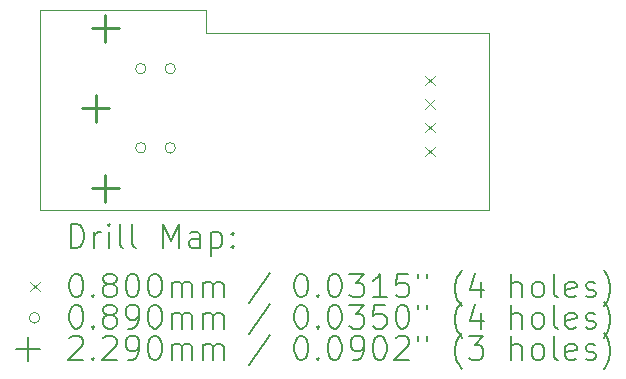
<source format=gbr>
%TF.GenerationSoftware,KiCad,Pcbnew,7.0.9-1.fc39*%
%TF.CreationDate,2023-12-29T10:11:49-08:00*%
%TF.ProjectId,M0116,4d303131-362e-46b6-9963-61645f706362,rev?*%
%TF.SameCoordinates,Original*%
%TF.FileFunction,Drillmap*%
%TF.FilePolarity,Positive*%
%FSLAX45Y45*%
G04 Gerber Fmt 4.5, Leading zero omitted, Abs format (unit mm)*
G04 Created by KiCad (PCBNEW 7.0.9-1.fc39) date 2023-12-29 10:11:49*
%MOMM*%
%LPD*%
G01*
G04 APERTURE LIST*
%ADD10C,0.100000*%
%ADD11C,0.200000*%
%ADD12C,0.229000*%
G04 APERTURE END LIST*
D10*
X10000000Y-11700000D02*
X13800000Y-11700000D01*
X13800000Y-11700000D02*
X13800000Y-10200000D01*
X11400000Y-10000000D02*
X10000000Y-10000000D01*
X10000000Y-10000000D02*
X10000000Y-11700000D01*
X13800000Y-10200000D02*
X11400000Y-10200000D01*
X11400000Y-10200000D02*
X11400000Y-10000000D01*
D11*
D10*
X13260000Y-10560000D02*
X13340000Y-10640000D01*
X13340000Y-10560000D02*
X13260000Y-10640000D01*
X13260000Y-10760000D02*
X13340000Y-10840000D01*
X13340000Y-10760000D02*
X13260000Y-10840000D01*
X13260000Y-10960000D02*
X13340000Y-11040000D01*
X13340000Y-10960000D02*
X13260000Y-11040000D01*
X13260000Y-11160000D02*
X13340000Y-11240000D01*
X13340000Y-11160000D02*
X13260000Y-11240000D01*
X10895500Y-10500000D02*
G75*
G03*
X10895500Y-10500000I-44500J0D01*
G01*
X10895500Y-11170000D02*
G75*
G03*
X10895500Y-11170000I-44500J0D01*
G01*
X11144500Y-10500000D02*
G75*
G03*
X11144500Y-10500000I-44500J0D01*
G01*
X11144500Y-11170000D02*
G75*
G03*
X11144500Y-11170000I-44500J0D01*
G01*
D12*
X10470000Y-10720500D02*
X10470000Y-10949500D01*
X10355500Y-10835000D02*
X10584500Y-10835000D01*
X10551000Y-10044500D02*
X10551000Y-10273500D01*
X10436500Y-10159000D02*
X10665500Y-10159000D01*
X10551000Y-11396500D02*
X10551000Y-11625500D01*
X10436500Y-11511000D02*
X10665500Y-11511000D01*
D11*
X10255777Y-12016484D02*
X10255777Y-11816484D01*
X10255777Y-11816484D02*
X10303396Y-11816484D01*
X10303396Y-11816484D02*
X10331967Y-11826008D01*
X10331967Y-11826008D02*
X10351015Y-11845055D01*
X10351015Y-11845055D02*
X10360539Y-11864103D01*
X10360539Y-11864103D02*
X10370063Y-11902198D01*
X10370063Y-11902198D02*
X10370063Y-11930769D01*
X10370063Y-11930769D02*
X10360539Y-11968865D01*
X10360539Y-11968865D02*
X10351015Y-11987912D01*
X10351015Y-11987912D02*
X10331967Y-12006960D01*
X10331967Y-12006960D02*
X10303396Y-12016484D01*
X10303396Y-12016484D02*
X10255777Y-12016484D01*
X10455777Y-12016484D02*
X10455777Y-11883150D01*
X10455777Y-11921246D02*
X10465301Y-11902198D01*
X10465301Y-11902198D02*
X10474824Y-11892674D01*
X10474824Y-11892674D02*
X10493872Y-11883150D01*
X10493872Y-11883150D02*
X10512920Y-11883150D01*
X10579586Y-12016484D02*
X10579586Y-11883150D01*
X10579586Y-11816484D02*
X10570063Y-11826008D01*
X10570063Y-11826008D02*
X10579586Y-11835531D01*
X10579586Y-11835531D02*
X10589110Y-11826008D01*
X10589110Y-11826008D02*
X10579586Y-11816484D01*
X10579586Y-11816484D02*
X10579586Y-11835531D01*
X10703396Y-12016484D02*
X10684348Y-12006960D01*
X10684348Y-12006960D02*
X10674824Y-11987912D01*
X10674824Y-11987912D02*
X10674824Y-11816484D01*
X10808158Y-12016484D02*
X10789110Y-12006960D01*
X10789110Y-12006960D02*
X10779586Y-11987912D01*
X10779586Y-11987912D02*
X10779586Y-11816484D01*
X11036729Y-12016484D02*
X11036729Y-11816484D01*
X11036729Y-11816484D02*
X11103396Y-11959341D01*
X11103396Y-11959341D02*
X11170063Y-11816484D01*
X11170063Y-11816484D02*
X11170063Y-12016484D01*
X11351015Y-12016484D02*
X11351015Y-11911722D01*
X11351015Y-11911722D02*
X11341491Y-11892674D01*
X11341491Y-11892674D02*
X11322443Y-11883150D01*
X11322443Y-11883150D02*
X11284348Y-11883150D01*
X11284348Y-11883150D02*
X11265301Y-11892674D01*
X11351015Y-12006960D02*
X11331967Y-12016484D01*
X11331967Y-12016484D02*
X11284348Y-12016484D01*
X11284348Y-12016484D02*
X11265301Y-12006960D01*
X11265301Y-12006960D02*
X11255777Y-11987912D01*
X11255777Y-11987912D02*
X11255777Y-11968865D01*
X11255777Y-11968865D02*
X11265301Y-11949817D01*
X11265301Y-11949817D02*
X11284348Y-11940293D01*
X11284348Y-11940293D02*
X11331967Y-11940293D01*
X11331967Y-11940293D02*
X11351015Y-11930769D01*
X11446253Y-11883150D02*
X11446253Y-12083150D01*
X11446253Y-11892674D02*
X11465301Y-11883150D01*
X11465301Y-11883150D02*
X11503396Y-11883150D01*
X11503396Y-11883150D02*
X11522443Y-11892674D01*
X11522443Y-11892674D02*
X11531967Y-11902198D01*
X11531967Y-11902198D02*
X11541491Y-11921246D01*
X11541491Y-11921246D02*
X11541491Y-11978388D01*
X11541491Y-11978388D02*
X11531967Y-11997436D01*
X11531967Y-11997436D02*
X11522443Y-12006960D01*
X11522443Y-12006960D02*
X11503396Y-12016484D01*
X11503396Y-12016484D02*
X11465301Y-12016484D01*
X11465301Y-12016484D02*
X11446253Y-12006960D01*
X11627205Y-11997436D02*
X11636729Y-12006960D01*
X11636729Y-12006960D02*
X11627205Y-12016484D01*
X11627205Y-12016484D02*
X11617682Y-12006960D01*
X11617682Y-12006960D02*
X11627205Y-11997436D01*
X11627205Y-11997436D02*
X11627205Y-12016484D01*
X11627205Y-11892674D02*
X11636729Y-11902198D01*
X11636729Y-11902198D02*
X11627205Y-11911722D01*
X11627205Y-11911722D02*
X11617682Y-11902198D01*
X11617682Y-11902198D02*
X11627205Y-11892674D01*
X11627205Y-11892674D02*
X11627205Y-11911722D01*
D10*
X9915000Y-12305000D02*
X9995000Y-12385000D01*
X9995000Y-12305000D02*
X9915000Y-12385000D01*
D11*
X10293872Y-12236484D02*
X10312920Y-12236484D01*
X10312920Y-12236484D02*
X10331967Y-12246008D01*
X10331967Y-12246008D02*
X10341491Y-12255531D01*
X10341491Y-12255531D02*
X10351015Y-12274579D01*
X10351015Y-12274579D02*
X10360539Y-12312674D01*
X10360539Y-12312674D02*
X10360539Y-12360293D01*
X10360539Y-12360293D02*
X10351015Y-12398388D01*
X10351015Y-12398388D02*
X10341491Y-12417436D01*
X10341491Y-12417436D02*
X10331967Y-12426960D01*
X10331967Y-12426960D02*
X10312920Y-12436484D01*
X10312920Y-12436484D02*
X10293872Y-12436484D01*
X10293872Y-12436484D02*
X10274824Y-12426960D01*
X10274824Y-12426960D02*
X10265301Y-12417436D01*
X10265301Y-12417436D02*
X10255777Y-12398388D01*
X10255777Y-12398388D02*
X10246253Y-12360293D01*
X10246253Y-12360293D02*
X10246253Y-12312674D01*
X10246253Y-12312674D02*
X10255777Y-12274579D01*
X10255777Y-12274579D02*
X10265301Y-12255531D01*
X10265301Y-12255531D02*
X10274824Y-12246008D01*
X10274824Y-12246008D02*
X10293872Y-12236484D01*
X10446253Y-12417436D02*
X10455777Y-12426960D01*
X10455777Y-12426960D02*
X10446253Y-12436484D01*
X10446253Y-12436484D02*
X10436729Y-12426960D01*
X10436729Y-12426960D02*
X10446253Y-12417436D01*
X10446253Y-12417436D02*
X10446253Y-12436484D01*
X10570063Y-12322198D02*
X10551015Y-12312674D01*
X10551015Y-12312674D02*
X10541491Y-12303150D01*
X10541491Y-12303150D02*
X10531967Y-12284103D01*
X10531967Y-12284103D02*
X10531967Y-12274579D01*
X10531967Y-12274579D02*
X10541491Y-12255531D01*
X10541491Y-12255531D02*
X10551015Y-12246008D01*
X10551015Y-12246008D02*
X10570063Y-12236484D01*
X10570063Y-12236484D02*
X10608158Y-12236484D01*
X10608158Y-12236484D02*
X10627205Y-12246008D01*
X10627205Y-12246008D02*
X10636729Y-12255531D01*
X10636729Y-12255531D02*
X10646253Y-12274579D01*
X10646253Y-12274579D02*
X10646253Y-12284103D01*
X10646253Y-12284103D02*
X10636729Y-12303150D01*
X10636729Y-12303150D02*
X10627205Y-12312674D01*
X10627205Y-12312674D02*
X10608158Y-12322198D01*
X10608158Y-12322198D02*
X10570063Y-12322198D01*
X10570063Y-12322198D02*
X10551015Y-12331722D01*
X10551015Y-12331722D02*
X10541491Y-12341246D01*
X10541491Y-12341246D02*
X10531967Y-12360293D01*
X10531967Y-12360293D02*
X10531967Y-12398388D01*
X10531967Y-12398388D02*
X10541491Y-12417436D01*
X10541491Y-12417436D02*
X10551015Y-12426960D01*
X10551015Y-12426960D02*
X10570063Y-12436484D01*
X10570063Y-12436484D02*
X10608158Y-12436484D01*
X10608158Y-12436484D02*
X10627205Y-12426960D01*
X10627205Y-12426960D02*
X10636729Y-12417436D01*
X10636729Y-12417436D02*
X10646253Y-12398388D01*
X10646253Y-12398388D02*
X10646253Y-12360293D01*
X10646253Y-12360293D02*
X10636729Y-12341246D01*
X10636729Y-12341246D02*
X10627205Y-12331722D01*
X10627205Y-12331722D02*
X10608158Y-12322198D01*
X10770063Y-12236484D02*
X10789110Y-12236484D01*
X10789110Y-12236484D02*
X10808158Y-12246008D01*
X10808158Y-12246008D02*
X10817682Y-12255531D01*
X10817682Y-12255531D02*
X10827205Y-12274579D01*
X10827205Y-12274579D02*
X10836729Y-12312674D01*
X10836729Y-12312674D02*
X10836729Y-12360293D01*
X10836729Y-12360293D02*
X10827205Y-12398388D01*
X10827205Y-12398388D02*
X10817682Y-12417436D01*
X10817682Y-12417436D02*
X10808158Y-12426960D01*
X10808158Y-12426960D02*
X10789110Y-12436484D01*
X10789110Y-12436484D02*
X10770063Y-12436484D01*
X10770063Y-12436484D02*
X10751015Y-12426960D01*
X10751015Y-12426960D02*
X10741491Y-12417436D01*
X10741491Y-12417436D02*
X10731967Y-12398388D01*
X10731967Y-12398388D02*
X10722444Y-12360293D01*
X10722444Y-12360293D02*
X10722444Y-12312674D01*
X10722444Y-12312674D02*
X10731967Y-12274579D01*
X10731967Y-12274579D02*
X10741491Y-12255531D01*
X10741491Y-12255531D02*
X10751015Y-12246008D01*
X10751015Y-12246008D02*
X10770063Y-12236484D01*
X10960539Y-12236484D02*
X10979586Y-12236484D01*
X10979586Y-12236484D02*
X10998634Y-12246008D01*
X10998634Y-12246008D02*
X11008158Y-12255531D01*
X11008158Y-12255531D02*
X11017682Y-12274579D01*
X11017682Y-12274579D02*
X11027205Y-12312674D01*
X11027205Y-12312674D02*
X11027205Y-12360293D01*
X11027205Y-12360293D02*
X11017682Y-12398388D01*
X11017682Y-12398388D02*
X11008158Y-12417436D01*
X11008158Y-12417436D02*
X10998634Y-12426960D01*
X10998634Y-12426960D02*
X10979586Y-12436484D01*
X10979586Y-12436484D02*
X10960539Y-12436484D01*
X10960539Y-12436484D02*
X10941491Y-12426960D01*
X10941491Y-12426960D02*
X10931967Y-12417436D01*
X10931967Y-12417436D02*
X10922444Y-12398388D01*
X10922444Y-12398388D02*
X10912920Y-12360293D01*
X10912920Y-12360293D02*
X10912920Y-12312674D01*
X10912920Y-12312674D02*
X10922444Y-12274579D01*
X10922444Y-12274579D02*
X10931967Y-12255531D01*
X10931967Y-12255531D02*
X10941491Y-12246008D01*
X10941491Y-12246008D02*
X10960539Y-12236484D01*
X11112920Y-12436484D02*
X11112920Y-12303150D01*
X11112920Y-12322198D02*
X11122444Y-12312674D01*
X11122444Y-12312674D02*
X11141491Y-12303150D01*
X11141491Y-12303150D02*
X11170063Y-12303150D01*
X11170063Y-12303150D02*
X11189110Y-12312674D01*
X11189110Y-12312674D02*
X11198634Y-12331722D01*
X11198634Y-12331722D02*
X11198634Y-12436484D01*
X11198634Y-12331722D02*
X11208158Y-12312674D01*
X11208158Y-12312674D02*
X11227205Y-12303150D01*
X11227205Y-12303150D02*
X11255777Y-12303150D01*
X11255777Y-12303150D02*
X11274824Y-12312674D01*
X11274824Y-12312674D02*
X11284348Y-12331722D01*
X11284348Y-12331722D02*
X11284348Y-12436484D01*
X11379586Y-12436484D02*
X11379586Y-12303150D01*
X11379586Y-12322198D02*
X11389110Y-12312674D01*
X11389110Y-12312674D02*
X11408158Y-12303150D01*
X11408158Y-12303150D02*
X11436729Y-12303150D01*
X11436729Y-12303150D02*
X11455777Y-12312674D01*
X11455777Y-12312674D02*
X11465301Y-12331722D01*
X11465301Y-12331722D02*
X11465301Y-12436484D01*
X11465301Y-12331722D02*
X11474824Y-12312674D01*
X11474824Y-12312674D02*
X11493872Y-12303150D01*
X11493872Y-12303150D02*
X11522443Y-12303150D01*
X11522443Y-12303150D02*
X11541491Y-12312674D01*
X11541491Y-12312674D02*
X11551015Y-12331722D01*
X11551015Y-12331722D02*
X11551015Y-12436484D01*
X11941491Y-12226960D02*
X11770063Y-12484103D01*
X12198634Y-12236484D02*
X12217682Y-12236484D01*
X12217682Y-12236484D02*
X12236729Y-12246008D01*
X12236729Y-12246008D02*
X12246253Y-12255531D01*
X12246253Y-12255531D02*
X12255777Y-12274579D01*
X12255777Y-12274579D02*
X12265301Y-12312674D01*
X12265301Y-12312674D02*
X12265301Y-12360293D01*
X12265301Y-12360293D02*
X12255777Y-12398388D01*
X12255777Y-12398388D02*
X12246253Y-12417436D01*
X12246253Y-12417436D02*
X12236729Y-12426960D01*
X12236729Y-12426960D02*
X12217682Y-12436484D01*
X12217682Y-12436484D02*
X12198634Y-12436484D01*
X12198634Y-12436484D02*
X12179586Y-12426960D01*
X12179586Y-12426960D02*
X12170063Y-12417436D01*
X12170063Y-12417436D02*
X12160539Y-12398388D01*
X12160539Y-12398388D02*
X12151015Y-12360293D01*
X12151015Y-12360293D02*
X12151015Y-12312674D01*
X12151015Y-12312674D02*
X12160539Y-12274579D01*
X12160539Y-12274579D02*
X12170063Y-12255531D01*
X12170063Y-12255531D02*
X12179586Y-12246008D01*
X12179586Y-12246008D02*
X12198634Y-12236484D01*
X12351015Y-12417436D02*
X12360539Y-12426960D01*
X12360539Y-12426960D02*
X12351015Y-12436484D01*
X12351015Y-12436484D02*
X12341491Y-12426960D01*
X12341491Y-12426960D02*
X12351015Y-12417436D01*
X12351015Y-12417436D02*
X12351015Y-12436484D01*
X12484348Y-12236484D02*
X12503396Y-12236484D01*
X12503396Y-12236484D02*
X12522444Y-12246008D01*
X12522444Y-12246008D02*
X12531967Y-12255531D01*
X12531967Y-12255531D02*
X12541491Y-12274579D01*
X12541491Y-12274579D02*
X12551015Y-12312674D01*
X12551015Y-12312674D02*
X12551015Y-12360293D01*
X12551015Y-12360293D02*
X12541491Y-12398388D01*
X12541491Y-12398388D02*
X12531967Y-12417436D01*
X12531967Y-12417436D02*
X12522444Y-12426960D01*
X12522444Y-12426960D02*
X12503396Y-12436484D01*
X12503396Y-12436484D02*
X12484348Y-12436484D01*
X12484348Y-12436484D02*
X12465301Y-12426960D01*
X12465301Y-12426960D02*
X12455777Y-12417436D01*
X12455777Y-12417436D02*
X12446253Y-12398388D01*
X12446253Y-12398388D02*
X12436729Y-12360293D01*
X12436729Y-12360293D02*
X12436729Y-12312674D01*
X12436729Y-12312674D02*
X12446253Y-12274579D01*
X12446253Y-12274579D02*
X12455777Y-12255531D01*
X12455777Y-12255531D02*
X12465301Y-12246008D01*
X12465301Y-12246008D02*
X12484348Y-12236484D01*
X12617682Y-12236484D02*
X12741491Y-12236484D01*
X12741491Y-12236484D02*
X12674825Y-12312674D01*
X12674825Y-12312674D02*
X12703396Y-12312674D01*
X12703396Y-12312674D02*
X12722444Y-12322198D01*
X12722444Y-12322198D02*
X12731967Y-12331722D01*
X12731967Y-12331722D02*
X12741491Y-12350769D01*
X12741491Y-12350769D02*
X12741491Y-12398388D01*
X12741491Y-12398388D02*
X12731967Y-12417436D01*
X12731967Y-12417436D02*
X12722444Y-12426960D01*
X12722444Y-12426960D02*
X12703396Y-12436484D01*
X12703396Y-12436484D02*
X12646253Y-12436484D01*
X12646253Y-12436484D02*
X12627206Y-12426960D01*
X12627206Y-12426960D02*
X12617682Y-12417436D01*
X12931967Y-12436484D02*
X12817682Y-12436484D01*
X12874825Y-12436484D02*
X12874825Y-12236484D01*
X12874825Y-12236484D02*
X12855777Y-12265055D01*
X12855777Y-12265055D02*
X12836729Y-12284103D01*
X12836729Y-12284103D02*
X12817682Y-12293627D01*
X13112920Y-12236484D02*
X13017682Y-12236484D01*
X13017682Y-12236484D02*
X13008158Y-12331722D01*
X13008158Y-12331722D02*
X13017682Y-12322198D01*
X13017682Y-12322198D02*
X13036729Y-12312674D01*
X13036729Y-12312674D02*
X13084348Y-12312674D01*
X13084348Y-12312674D02*
X13103396Y-12322198D01*
X13103396Y-12322198D02*
X13112920Y-12331722D01*
X13112920Y-12331722D02*
X13122444Y-12350769D01*
X13122444Y-12350769D02*
X13122444Y-12398388D01*
X13122444Y-12398388D02*
X13112920Y-12417436D01*
X13112920Y-12417436D02*
X13103396Y-12426960D01*
X13103396Y-12426960D02*
X13084348Y-12436484D01*
X13084348Y-12436484D02*
X13036729Y-12436484D01*
X13036729Y-12436484D02*
X13017682Y-12426960D01*
X13017682Y-12426960D02*
X13008158Y-12417436D01*
X13198634Y-12236484D02*
X13198634Y-12274579D01*
X13274825Y-12236484D02*
X13274825Y-12274579D01*
X13570063Y-12512674D02*
X13560539Y-12503150D01*
X13560539Y-12503150D02*
X13541491Y-12474579D01*
X13541491Y-12474579D02*
X13531968Y-12455531D01*
X13531968Y-12455531D02*
X13522444Y-12426960D01*
X13522444Y-12426960D02*
X13512920Y-12379341D01*
X13512920Y-12379341D02*
X13512920Y-12341246D01*
X13512920Y-12341246D02*
X13522444Y-12293627D01*
X13522444Y-12293627D02*
X13531968Y-12265055D01*
X13531968Y-12265055D02*
X13541491Y-12246008D01*
X13541491Y-12246008D02*
X13560539Y-12217436D01*
X13560539Y-12217436D02*
X13570063Y-12207912D01*
X13731968Y-12303150D02*
X13731968Y-12436484D01*
X13684348Y-12226960D02*
X13636729Y-12369817D01*
X13636729Y-12369817D02*
X13760539Y-12369817D01*
X13989110Y-12436484D02*
X13989110Y-12236484D01*
X14074825Y-12436484D02*
X14074825Y-12331722D01*
X14074825Y-12331722D02*
X14065301Y-12312674D01*
X14065301Y-12312674D02*
X14046253Y-12303150D01*
X14046253Y-12303150D02*
X14017682Y-12303150D01*
X14017682Y-12303150D02*
X13998634Y-12312674D01*
X13998634Y-12312674D02*
X13989110Y-12322198D01*
X14198634Y-12436484D02*
X14179587Y-12426960D01*
X14179587Y-12426960D02*
X14170063Y-12417436D01*
X14170063Y-12417436D02*
X14160539Y-12398388D01*
X14160539Y-12398388D02*
X14160539Y-12341246D01*
X14160539Y-12341246D02*
X14170063Y-12322198D01*
X14170063Y-12322198D02*
X14179587Y-12312674D01*
X14179587Y-12312674D02*
X14198634Y-12303150D01*
X14198634Y-12303150D02*
X14227206Y-12303150D01*
X14227206Y-12303150D02*
X14246253Y-12312674D01*
X14246253Y-12312674D02*
X14255777Y-12322198D01*
X14255777Y-12322198D02*
X14265301Y-12341246D01*
X14265301Y-12341246D02*
X14265301Y-12398388D01*
X14265301Y-12398388D02*
X14255777Y-12417436D01*
X14255777Y-12417436D02*
X14246253Y-12426960D01*
X14246253Y-12426960D02*
X14227206Y-12436484D01*
X14227206Y-12436484D02*
X14198634Y-12436484D01*
X14379587Y-12436484D02*
X14360539Y-12426960D01*
X14360539Y-12426960D02*
X14351015Y-12407912D01*
X14351015Y-12407912D02*
X14351015Y-12236484D01*
X14531968Y-12426960D02*
X14512920Y-12436484D01*
X14512920Y-12436484D02*
X14474825Y-12436484D01*
X14474825Y-12436484D02*
X14455777Y-12426960D01*
X14455777Y-12426960D02*
X14446253Y-12407912D01*
X14446253Y-12407912D02*
X14446253Y-12331722D01*
X14446253Y-12331722D02*
X14455777Y-12312674D01*
X14455777Y-12312674D02*
X14474825Y-12303150D01*
X14474825Y-12303150D02*
X14512920Y-12303150D01*
X14512920Y-12303150D02*
X14531968Y-12312674D01*
X14531968Y-12312674D02*
X14541491Y-12331722D01*
X14541491Y-12331722D02*
X14541491Y-12350769D01*
X14541491Y-12350769D02*
X14446253Y-12369817D01*
X14617682Y-12426960D02*
X14636730Y-12436484D01*
X14636730Y-12436484D02*
X14674825Y-12436484D01*
X14674825Y-12436484D02*
X14693872Y-12426960D01*
X14693872Y-12426960D02*
X14703396Y-12407912D01*
X14703396Y-12407912D02*
X14703396Y-12398388D01*
X14703396Y-12398388D02*
X14693872Y-12379341D01*
X14693872Y-12379341D02*
X14674825Y-12369817D01*
X14674825Y-12369817D02*
X14646253Y-12369817D01*
X14646253Y-12369817D02*
X14627206Y-12360293D01*
X14627206Y-12360293D02*
X14617682Y-12341246D01*
X14617682Y-12341246D02*
X14617682Y-12331722D01*
X14617682Y-12331722D02*
X14627206Y-12312674D01*
X14627206Y-12312674D02*
X14646253Y-12303150D01*
X14646253Y-12303150D02*
X14674825Y-12303150D01*
X14674825Y-12303150D02*
X14693872Y-12312674D01*
X14770063Y-12512674D02*
X14779587Y-12503150D01*
X14779587Y-12503150D02*
X14798634Y-12474579D01*
X14798634Y-12474579D02*
X14808158Y-12455531D01*
X14808158Y-12455531D02*
X14817682Y-12426960D01*
X14817682Y-12426960D02*
X14827206Y-12379341D01*
X14827206Y-12379341D02*
X14827206Y-12341246D01*
X14827206Y-12341246D02*
X14817682Y-12293627D01*
X14817682Y-12293627D02*
X14808158Y-12265055D01*
X14808158Y-12265055D02*
X14798634Y-12246008D01*
X14798634Y-12246008D02*
X14779587Y-12217436D01*
X14779587Y-12217436D02*
X14770063Y-12207912D01*
D10*
X9995000Y-12609000D02*
G75*
G03*
X9995000Y-12609000I-44500J0D01*
G01*
D11*
X10293872Y-12500484D02*
X10312920Y-12500484D01*
X10312920Y-12500484D02*
X10331967Y-12510008D01*
X10331967Y-12510008D02*
X10341491Y-12519531D01*
X10341491Y-12519531D02*
X10351015Y-12538579D01*
X10351015Y-12538579D02*
X10360539Y-12576674D01*
X10360539Y-12576674D02*
X10360539Y-12624293D01*
X10360539Y-12624293D02*
X10351015Y-12662388D01*
X10351015Y-12662388D02*
X10341491Y-12681436D01*
X10341491Y-12681436D02*
X10331967Y-12690960D01*
X10331967Y-12690960D02*
X10312920Y-12700484D01*
X10312920Y-12700484D02*
X10293872Y-12700484D01*
X10293872Y-12700484D02*
X10274824Y-12690960D01*
X10274824Y-12690960D02*
X10265301Y-12681436D01*
X10265301Y-12681436D02*
X10255777Y-12662388D01*
X10255777Y-12662388D02*
X10246253Y-12624293D01*
X10246253Y-12624293D02*
X10246253Y-12576674D01*
X10246253Y-12576674D02*
X10255777Y-12538579D01*
X10255777Y-12538579D02*
X10265301Y-12519531D01*
X10265301Y-12519531D02*
X10274824Y-12510008D01*
X10274824Y-12510008D02*
X10293872Y-12500484D01*
X10446253Y-12681436D02*
X10455777Y-12690960D01*
X10455777Y-12690960D02*
X10446253Y-12700484D01*
X10446253Y-12700484D02*
X10436729Y-12690960D01*
X10436729Y-12690960D02*
X10446253Y-12681436D01*
X10446253Y-12681436D02*
X10446253Y-12700484D01*
X10570063Y-12586198D02*
X10551015Y-12576674D01*
X10551015Y-12576674D02*
X10541491Y-12567150D01*
X10541491Y-12567150D02*
X10531967Y-12548103D01*
X10531967Y-12548103D02*
X10531967Y-12538579D01*
X10531967Y-12538579D02*
X10541491Y-12519531D01*
X10541491Y-12519531D02*
X10551015Y-12510008D01*
X10551015Y-12510008D02*
X10570063Y-12500484D01*
X10570063Y-12500484D02*
X10608158Y-12500484D01*
X10608158Y-12500484D02*
X10627205Y-12510008D01*
X10627205Y-12510008D02*
X10636729Y-12519531D01*
X10636729Y-12519531D02*
X10646253Y-12538579D01*
X10646253Y-12538579D02*
X10646253Y-12548103D01*
X10646253Y-12548103D02*
X10636729Y-12567150D01*
X10636729Y-12567150D02*
X10627205Y-12576674D01*
X10627205Y-12576674D02*
X10608158Y-12586198D01*
X10608158Y-12586198D02*
X10570063Y-12586198D01*
X10570063Y-12586198D02*
X10551015Y-12595722D01*
X10551015Y-12595722D02*
X10541491Y-12605246D01*
X10541491Y-12605246D02*
X10531967Y-12624293D01*
X10531967Y-12624293D02*
X10531967Y-12662388D01*
X10531967Y-12662388D02*
X10541491Y-12681436D01*
X10541491Y-12681436D02*
X10551015Y-12690960D01*
X10551015Y-12690960D02*
X10570063Y-12700484D01*
X10570063Y-12700484D02*
X10608158Y-12700484D01*
X10608158Y-12700484D02*
X10627205Y-12690960D01*
X10627205Y-12690960D02*
X10636729Y-12681436D01*
X10636729Y-12681436D02*
X10646253Y-12662388D01*
X10646253Y-12662388D02*
X10646253Y-12624293D01*
X10646253Y-12624293D02*
X10636729Y-12605246D01*
X10636729Y-12605246D02*
X10627205Y-12595722D01*
X10627205Y-12595722D02*
X10608158Y-12586198D01*
X10741491Y-12700484D02*
X10779586Y-12700484D01*
X10779586Y-12700484D02*
X10798634Y-12690960D01*
X10798634Y-12690960D02*
X10808158Y-12681436D01*
X10808158Y-12681436D02*
X10827205Y-12652865D01*
X10827205Y-12652865D02*
X10836729Y-12614769D01*
X10836729Y-12614769D02*
X10836729Y-12538579D01*
X10836729Y-12538579D02*
X10827205Y-12519531D01*
X10827205Y-12519531D02*
X10817682Y-12510008D01*
X10817682Y-12510008D02*
X10798634Y-12500484D01*
X10798634Y-12500484D02*
X10760539Y-12500484D01*
X10760539Y-12500484D02*
X10741491Y-12510008D01*
X10741491Y-12510008D02*
X10731967Y-12519531D01*
X10731967Y-12519531D02*
X10722444Y-12538579D01*
X10722444Y-12538579D02*
X10722444Y-12586198D01*
X10722444Y-12586198D02*
X10731967Y-12605246D01*
X10731967Y-12605246D02*
X10741491Y-12614769D01*
X10741491Y-12614769D02*
X10760539Y-12624293D01*
X10760539Y-12624293D02*
X10798634Y-12624293D01*
X10798634Y-12624293D02*
X10817682Y-12614769D01*
X10817682Y-12614769D02*
X10827205Y-12605246D01*
X10827205Y-12605246D02*
X10836729Y-12586198D01*
X10960539Y-12500484D02*
X10979586Y-12500484D01*
X10979586Y-12500484D02*
X10998634Y-12510008D01*
X10998634Y-12510008D02*
X11008158Y-12519531D01*
X11008158Y-12519531D02*
X11017682Y-12538579D01*
X11017682Y-12538579D02*
X11027205Y-12576674D01*
X11027205Y-12576674D02*
X11027205Y-12624293D01*
X11027205Y-12624293D02*
X11017682Y-12662388D01*
X11017682Y-12662388D02*
X11008158Y-12681436D01*
X11008158Y-12681436D02*
X10998634Y-12690960D01*
X10998634Y-12690960D02*
X10979586Y-12700484D01*
X10979586Y-12700484D02*
X10960539Y-12700484D01*
X10960539Y-12700484D02*
X10941491Y-12690960D01*
X10941491Y-12690960D02*
X10931967Y-12681436D01*
X10931967Y-12681436D02*
X10922444Y-12662388D01*
X10922444Y-12662388D02*
X10912920Y-12624293D01*
X10912920Y-12624293D02*
X10912920Y-12576674D01*
X10912920Y-12576674D02*
X10922444Y-12538579D01*
X10922444Y-12538579D02*
X10931967Y-12519531D01*
X10931967Y-12519531D02*
X10941491Y-12510008D01*
X10941491Y-12510008D02*
X10960539Y-12500484D01*
X11112920Y-12700484D02*
X11112920Y-12567150D01*
X11112920Y-12586198D02*
X11122444Y-12576674D01*
X11122444Y-12576674D02*
X11141491Y-12567150D01*
X11141491Y-12567150D02*
X11170063Y-12567150D01*
X11170063Y-12567150D02*
X11189110Y-12576674D01*
X11189110Y-12576674D02*
X11198634Y-12595722D01*
X11198634Y-12595722D02*
X11198634Y-12700484D01*
X11198634Y-12595722D02*
X11208158Y-12576674D01*
X11208158Y-12576674D02*
X11227205Y-12567150D01*
X11227205Y-12567150D02*
X11255777Y-12567150D01*
X11255777Y-12567150D02*
X11274824Y-12576674D01*
X11274824Y-12576674D02*
X11284348Y-12595722D01*
X11284348Y-12595722D02*
X11284348Y-12700484D01*
X11379586Y-12700484D02*
X11379586Y-12567150D01*
X11379586Y-12586198D02*
X11389110Y-12576674D01*
X11389110Y-12576674D02*
X11408158Y-12567150D01*
X11408158Y-12567150D02*
X11436729Y-12567150D01*
X11436729Y-12567150D02*
X11455777Y-12576674D01*
X11455777Y-12576674D02*
X11465301Y-12595722D01*
X11465301Y-12595722D02*
X11465301Y-12700484D01*
X11465301Y-12595722D02*
X11474824Y-12576674D01*
X11474824Y-12576674D02*
X11493872Y-12567150D01*
X11493872Y-12567150D02*
X11522443Y-12567150D01*
X11522443Y-12567150D02*
X11541491Y-12576674D01*
X11541491Y-12576674D02*
X11551015Y-12595722D01*
X11551015Y-12595722D02*
X11551015Y-12700484D01*
X11941491Y-12490960D02*
X11770063Y-12748103D01*
X12198634Y-12500484D02*
X12217682Y-12500484D01*
X12217682Y-12500484D02*
X12236729Y-12510008D01*
X12236729Y-12510008D02*
X12246253Y-12519531D01*
X12246253Y-12519531D02*
X12255777Y-12538579D01*
X12255777Y-12538579D02*
X12265301Y-12576674D01*
X12265301Y-12576674D02*
X12265301Y-12624293D01*
X12265301Y-12624293D02*
X12255777Y-12662388D01*
X12255777Y-12662388D02*
X12246253Y-12681436D01*
X12246253Y-12681436D02*
X12236729Y-12690960D01*
X12236729Y-12690960D02*
X12217682Y-12700484D01*
X12217682Y-12700484D02*
X12198634Y-12700484D01*
X12198634Y-12700484D02*
X12179586Y-12690960D01*
X12179586Y-12690960D02*
X12170063Y-12681436D01*
X12170063Y-12681436D02*
X12160539Y-12662388D01*
X12160539Y-12662388D02*
X12151015Y-12624293D01*
X12151015Y-12624293D02*
X12151015Y-12576674D01*
X12151015Y-12576674D02*
X12160539Y-12538579D01*
X12160539Y-12538579D02*
X12170063Y-12519531D01*
X12170063Y-12519531D02*
X12179586Y-12510008D01*
X12179586Y-12510008D02*
X12198634Y-12500484D01*
X12351015Y-12681436D02*
X12360539Y-12690960D01*
X12360539Y-12690960D02*
X12351015Y-12700484D01*
X12351015Y-12700484D02*
X12341491Y-12690960D01*
X12341491Y-12690960D02*
X12351015Y-12681436D01*
X12351015Y-12681436D02*
X12351015Y-12700484D01*
X12484348Y-12500484D02*
X12503396Y-12500484D01*
X12503396Y-12500484D02*
X12522444Y-12510008D01*
X12522444Y-12510008D02*
X12531967Y-12519531D01*
X12531967Y-12519531D02*
X12541491Y-12538579D01*
X12541491Y-12538579D02*
X12551015Y-12576674D01*
X12551015Y-12576674D02*
X12551015Y-12624293D01*
X12551015Y-12624293D02*
X12541491Y-12662388D01*
X12541491Y-12662388D02*
X12531967Y-12681436D01*
X12531967Y-12681436D02*
X12522444Y-12690960D01*
X12522444Y-12690960D02*
X12503396Y-12700484D01*
X12503396Y-12700484D02*
X12484348Y-12700484D01*
X12484348Y-12700484D02*
X12465301Y-12690960D01*
X12465301Y-12690960D02*
X12455777Y-12681436D01*
X12455777Y-12681436D02*
X12446253Y-12662388D01*
X12446253Y-12662388D02*
X12436729Y-12624293D01*
X12436729Y-12624293D02*
X12436729Y-12576674D01*
X12436729Y-12576674D02*
X12446253Y-12538579D01*
X12446253Y-12538579D02*
X12455777Y-12519531D01*
X12455777Y-12519531D02*
X12465301Y-12510008D01*
X12465301Y-12510008D02*
X12484348Y-12500484D01*
X12617682Y-12500484D02*
X12741491Y-12500484D01*
X12741491Y-12500484D02*
X12674825Y-12576674D01*
X12674825Y-12576674D02*
X12703396Y-12576674D01*
X12703396Y-12576674D02*
X12722444Y-12586198D01*
X12722444Y-12586198D02*
X12731967Y-12595722D01*
X12731967Y-12595722D02*
X12741491Y-12614769D01*
X12741491Y-12614769D02*
X12741491Y-12662388D01*
X12741491Y-12662388D02*
X12731967Y-12681436D01*
X12731967Y-12681436D02*
X12722444Y-12690960D01*
X12722444Y-12690960D02*
X12703396Y-12700484D01*
X12703396Y-12700484D02*
X12646253Y-12700484D01*
X12646253Y-12700484D02*
X12627206Y-12690960D01*
X12627206Y-12690960D02*
X12617682Y-12681436D01*
X12922444Y-12500484D02*
X12827206Y-12500484D01*
X12827206Y-12500484D02*
X12817682Y-12595722D01*
X12817682Y-12595722D02*
X12827206Y-12586198D01*
X12827206Y-12586198D02*
X12846253Y-12576674D01*
X12846253Y-12576674D02*
X12893872Y-12576674D01*
X12893872Y-12576674D02*
X12912920Y-12586198D01*
X12912920Y-12586198D02*
X12922444Y-12595722D01*
X12922444Y-12595722D02*
X12931967Y-12614769D01*
X12931967Y-12614769D02*
X12931967Y-12662388D01*
X12931967Y-12662388D02*
X12922444Y-12681436D01*
X12922444Y-12681436D02*
X12912920Y-12690960D01*
X12912920Y-12690960D02*
X12893872Y-12700484D01*
X12893872Y-12700484D02*
X12846253Y-12700484D01*
X12846253Y-12700484D02*
X12827206Y-12690960D01*
X12827206Y-12690960D02*
X12817682Y-12681436D01*
X13055777Y-12500484D02*
X13074825Y-12500484D01*
X13074825Y-12500484D02*
X13093872Y-12510008D01*
X13093872Y-12510008D02*
X13103396Y-12519531D01*
X13103396Y-12519531D02*
X13112920Y-12538579D01*
X13112920Y-12538579D02*
X13122444Y-12576674D01*
X13122444Y-12576674D02*
X13122444Y-12624293D01*
X13122444Y-12624293D02*
X13112920Y-12662388D01*
X13112920Y-12662388D02*
X13103396Y-12681436D01*
X13103396Y-12681436D02*
X13093872Y-12690960D01*
X13093872Y-12690960D02*
X13074825Y-12700484D01*
X13074825Y-12700484D02*
X13055777Y-12700484D01*
X13055777Y-12700484D02*
X13036729Y-12690960D01*
X13036729Y-12690960D02*
X13027206Y-12681436D01*
X13027206Y-12681436D02*
X13017682Y-12662388D01*
X13017682Y-12662388D02*
X13008158Y-12624293D01*
X13008158Y-12624293D02*
X13008158Y-12576674D01*
X13008158Y-12576674D02*
X13017682Y-12538579D01*
X13017682Y-12538579D02*
X13027206Y-12519531D01*
X13027206Y-12519531D02*
X13036729Y-12510008D01*
X13036729Y-12510008D02*
X13055777Y-12500484D01*
X13198634Y-12500484D02*
X13198634Y-12538579D01*
X13274825Y-12500484D02*
X13274825Y-12538579D01*
X13570063Y-12776674D02*
X13560539Y-12767150D01*
X13560539Y-12767150D02*
X13541491Y-12738579D01*
X13541491Y-12738579D02*
X13531968Y-12719531D01*
X13531968Y-12719531D02*
X13522444Y-12690960D01*
X13522444Y-12690960D02*
X13512920Y-12643341D01*
X13512920Y-12643341D02*
X13512920Y-12605246D01*
X13512920Y-12605246D02*
X13522444Y-12557627D01*
X13522444Y-12557627D02*
X13531968Y-12529055D01*
X13531968Y-12529055D02*
X13541491Y-12510008D01*
X13541491Y-12510008D02*
X13560539Y-12481436D01*
X13560539Y-12481436D02*
X13570063Y-12471912D01*
X13731968Y-12567150D02*
X13731968Y-12700484D01*
X13684348Y-12490960D02*
X13636729Y-12633817D01*
X13636729Y-12633817D02*
X13760539Y-12633817D01*
X13989110Y-12700484D02*
X13989110Y-12500484D01*
X14074825Y-12700484D02*
X14074825Y-12595722D01*
X14074825Y-12595722D02*
X14065301Y-12576674D01*
X14065301Y-12576674D02*
X14046253Y-12567150D01*
X14046253Y-12567150D02*
X14017682Y-12567150D01*
X14017682Y-12567150D02*
X13998634Y-12576674D01*
X13998634Y-12576674D02*
X13989110Y-12586198D01*
X14198634Y-12700484D02*
X14179587Y-12690960D01*
X14179587Y-12690960D02*
X14170063Y-12681436D01*
X14170063Y-12681436D02*
X14160539Y-12662388D01*
X14160539Y-12662388D02*
X14160539Y-12605246D01*
X14160539Y-12605246D02*
X14170063Y-12586198D01*
X14170063Y-12586198D02*
X14179587Y-12576674D01*
X14179587Y-12576674D02*
X14198634Y-12567150D01*
X14198634Y-12567150D02*
X14227206Y-12567150D01*
X14227206Y-12567150D02*
X14246253Y-12576674D01*
X14246253Y-12576674D02*
X14255777Y-12586198D01*
X14255777Y-12586198D02*
X14265301Y-12605246D01*
X14265301Y-12605246D02*
X14265301Y-12662388D01*
X14265301Y-12662388D02*
X14255777Y-12681436D01*
X14255777Y-12681436D02*
X14246253Y-12690960D01*
X14246253Y-12690960D02*
X14227206Y-12700484D01*
X14227206Y-12700484D02*
X14198634Y-12700484D01*
X14379587Y-12700484D02*
X14360539Y-12690960D01*
X14360539Y-12690960D02*
X14351015Y-12671912D01*
X14351015Y-12671912D02*
X14351015Y-12500484D01*
X14531968Y-12690960D02*
X14512920Y-12700484D01*
X14512920Y-12700484D02*
X14474825Y-12700484D01*
X14474825Y-12700484D02*
X14455777Y-12690960D01*
X14455777Y-12690960D02*
X14446253Y-12671912D01*
X14446253Y-12671912D02*
X14446253Y-12595722D01*
X14446253Y-12595722D02*
X14455777Y-12576674D01*
X14455777Y-12576674D02*
X14474825Y-12567150D01*
X14474825Y-12567150D02*
X14512920Y-12567150D01*
X14512920Y-12567150D02*
X14531968Y-12576674D01*
X14531968Y-12576674D02*
X14541491Y-12595722D01*
X14541491Y-12595722D02*
X14541491Y-12614769D01*
X14541491Y-12614769D02*
X14446253Y-12633817D01*
X14617682Y-12690960D02*
X14636730Y-12700484D01*
X14636730Y-12700484D02*
X14674825Y-12700484D01*
X14674825Y-12700484D02*
X14693872Y-12690960D01*
X14693872Y-12690960D02*
X14703396Y-12671912D01*
X14703396Y-12671912D02*
X14703396Y-12662388D01*
X14703396Y-12662388D02*
X14693872Y-12643341D01*
X14693872Y-12643341D02*
X14674825Y-12633817D01*
X14674825Y-12633817D02*
X14646253Y-12633817D01*
X14646253Y-12633817D02*
X14627206Y-12624293D01*
X14627206Y-12624293D02*
X14617682Y-12605246D01*
X14617682Y-12605246D02*
X14617682Y-12595722D01*
X14617682Y-12595722D02*
X14627206Y-12576674D01*
X14627206Y-12576674D02*
X14646253Y-12567150D01*
X14646253Y-12567150D02*
X14674825Y-12567150D01*
X14674825Y-12567150D02*
X14693872Y-12576674D01*
X14770063Y-12776674D02*
X14779587Y-12767150D01*
X14779587Y-12767150D02*
X14798634Y-12738579D01*
X14798634Y-12738579D02*
X14808158Y-12719531D01*
X14808158Y-12719531D02*
X14817682Y-12690960D01*
X14817682Y-12690960D02*
X14827206Y-12643341D01*
X14827206Y-12643341D02*
X14827206Y-12605246D01*
X14827206Y-12605246D02*
X14817682Y-12557627D01*
X14817682Y-12557627D02*
X14808158Y-12529055D01*
X14808158Y-12529055D02*
X14798634Y-12510008D01*
X14798634Y-12510008D02*
X14779587Y-12481436D01*
X14779587Y-12481436D02*
X14770063Y-12471912D01*
X9895000Y-12773000D02*
X9895000Y-12973000D01*
X9795000Y-12873000D02*
X9995000Y-12873000D01*
X10246253Y-12783531D02*
X10255777Y-12774008D01*
X10255777Y-12774008D02*
X10274824Y-12764484D01*
X10274824Y-12764484D02*
X10322444Y-12764484D01*
X10322444Y-12764484D02*
X10341491Y-12774008D01*
X10341491Y-12774008D02*
X10351015Y-12783531D01*
X10351015Y-12783531D02*
X10360539Y-12802579D01*
X10360539Y-12802579D02*
X10360539Y-12821627D01*
X10360539Y-12821627D02*
X10351015Y-12850198D01*
X10351015Y-12850198D02*
X10236729Y-12964484D01*
X10236729Y-12964484D02*
X10360539Y-12964484D01*
X10446253Y-12945436D02*
X10455777Y-12954960D01*
X10455777Y-12954960D02*
X10446253Y-12964484D01*
X10446253Y-12964484D02*
X10436729Y-12954960D01*
X10436729Y-12954960D02*
X10446253Y-12945436D01*
X10446253Y-12945436D02*
X10446253Y-12964484D01*
X10531967Y-12783531D02*
X10541491Y-12774008D01*
X10541491Y-12774008D02*
X10560539Y-12764484D01*
X10560539Y-12764484D02*
X10608158Y-12764484D01*
X10608158Y-12764484D02*
X10627205Y-12774008D01*
X10627205Y-12774008D02*
X10636729Y-12783531D01*
X10636729Y-12783531D02*
X10646253Y-12802579D01*
X10646253Y-12802579D02*
X10646253Y-12821627D01*
X10646253Y-12821627D02*
X10636729Y-12850198D01*
X10636729Y-12850198D02*
X10522444Y-12964484D01*
X10522444Y-12964484D02*
X10646253Y-12964484D01*
X10741491Y-12964484D02*
X10779586Y-12964484D01*
X10779586Y-12964484D02*
X10798634Y-12954960D01*
X10798634Y-12954960D02*
X10808158Y-12945436D01*
X10808158Y-12945436D02*
X10827205Y-12916865D01*
X10827205Y-12916865D02*
X10836729Y-12878769D01*
X10836729Y-12878769D02*
X10836729Y-12802579D01*
X10836729Y-12802579D02*
X10827205Y-12783531D01*
X10827205Y-12783531D02*
X10817682Y-12774008D01*
X10817682Y-12774008D02*
X10798634Y-12764484D01*
X10798634Y-12764484D02*
X10760539Y-12764484D01*
X10760539Y-12764484D02*
X10741491Y-12774008D01*
X10741491Y-12774008D02*
X10731967Y-12783531D01*
X10731967Y-12783531D02*
X10722444Y-12802579D01*
X10722444Y-12802579D02*
X10722444Y-12850198D01*
X10722444Y-12850198D02*
X10731967Y-12869246D01*
X10731967Y-12869246D02*
X10741491Y-12878769D01*
X10741491Y-12878769D02*
X10760539Y-12888293D01*
X10760539Y-12888293D02*
X10798634Y-12888293D01*
X10798634Y-12888293D02*
X10817682Y-12878769D01*
X10817682Y-12878769D02*
X10827205Y-12869246D01*
X10827205Y-12869246D02*
X10836729Y-12850198D01*
X10960539Y-12764484D02*
X10979586Y-12764484D01*
X10979586Y-12764484D02*
X10998634Y-12774008D01*
X10998634Y-12774008D02*
X11008158Y-12783531D01*
X11008158Y-12783531D02*
X11017682Y-12802579D01*
X11017682Y-12802579D02*
X11027205Y-12840674D01*
X11027205Y-12840674D02*
X11027205Y-12888293D01*
X11027205Y-12888293D02*
X11017682Y-12926388D01*
X11017682Y-12926388D02*
X11008158Y-12945436D01*
X11008158Y-12945436D02*
X10998634Y-12954960D01*
X10998634Y-12954960D02*
X10979586Y-12964484D01*
X10979586Y-12964484D02*
X10960539Y-12964484D01*
X10960539Y-12964484D02*
X10941491Y-12954960D01*
X10941491Y-12954960D02*
X10931967Y-12945436D01*
X10931967Y-12945436D02*
X10922444Y-12926388D01*
X10922444Y-12926388D02*
X10912920Y-12888293D01*
X10912920Y-12888293D02*
X10912920Y-12840674D01*
X10912920Y-12840674D02*
X10922444Y-12802579D01*
X10922444Y-12802579D02*
X10931967Y-12783531D01*
X10931967Y-12783531D02*
X10941491Y-12774008D01*
X10941491Y-12774008D02*
X10960539Y-12764484D01*
X11112920Y-12964484D02*
X11112920Y-12831150D01*
X11112920Y-12850198D02*
X11122444Y-12840674D01*
X11122444Y-12840674D02*
X11141491Y-12831150D01*
X11141491Y-12831150D02*
X11170063Y-12831150D01*
X11170063Y-12831150D02*
X11189110Y-12840674D01*
X11189110Y-12840674D02*
X11198634Y-12859722D01*
X11198634Y-12859722D02*
X11198634Y-12964484D01*
X11198634Y-12859722D02*
X11208158Y-12840674D01*
X11208158Y-12840674D02*
X11227205Y-12831150D01*
X11227205Y-12831150D02*
X11255777Y-12831150D01*
X11255777Y-12831150D02*
X11274824Y-12840674D01*
X11274824Y-12840674D02*
X11284348Y-12859722D01*
X11284348Y-12859722D02*
X11284348Y-12964484D01*
X11379586Y-12964484D02*
X11379586Y-12831150D01*
X11379586Y-12850198D02*
X11389110Y-12840674D01*
X11389110Y-12840674D02*
X11408158Y-12831150D01*
X11408158Y-12831150D02*
X11436729Y-12831150D01*
X11436729Y-12831150D02*
X11455777Y-12840674D01*
X11455777Y-12840674D02*
X11465301Y-12859722D01*
X11465301Y-12859722D02*
X11465301Y-12964484D01*
X11465301Y-12859722D02*
X11474824Y-12840674D01*
X11474824Y-12840674D02*
X11493872Y-12831150D01*
X11493872Y-12831150D02*
X11522443Y-12831150D01*
X11522443Y-12831150D02*
X11541491Y-12840674D01*
X11541491Y-12840674D02*
X11551015Y-12859722D01*
X11551015Y-12859722D02*
X11551015Y-12964484D01*
X11941491Y-12754960D02*
X11770063Y-13012103D01*
X12198634Y-12764484D02*
X12217682Y-12764484D01*
X12217682Y-12764484D02*
X12236729Y-12774008D01*
X12236729Y-12774008D02*
X12246253Y-12783531D01*
X12246253Y-12783531D02*
X12255777Y-12802579D01*
X12255777Y-12802579D02*
X12265301Y-12840674D01*
X12265301Y-12840674D02*
X12265301Y-12888293D01*
X12265301Y-12888293D02*
X12255777Y-12926388D01*
X12255777Y-12926388D02*
X12246253Y-12945436D01*
X12246253Y-12945436D02*
X12236729Y-12954960D01*
X12236729Y-12954960D02*
X12217682Y-12964484D01*
X12217682Y-12964484D02*
X12198634Y-12964484D01*
X12198634Y-12964484D02*
X12179586Y-12954960D01*
X12179586Y-12954960D02*
X12170063Y-12945436D01*
X12170063Y-12945436D02*
X12160539Y-12926388D01*
X12160539Y-12926388D02*
X12151015Y-12888293D01*
X12151015Y-12888293D02*
X12151015Y-12840674D01*
X12151015Y-12840674D02*
X12160539Y-12802579D01*
X12160539Y-12802579D02*
X12170063Y-12783531D01*
X12170063Y-12783531D02*
X12179586Y-12774008D01*
X12179586Y-12774008D02*
X12198634Y-12764484D01*
X12351015Y-12945436D02*
X12360539Y-12954960D01*
X12360539Y-12954960D02*
X12351015Y-12964484D01*
X12351015Y-12964484D02*
X12341491Y-12954960D01*
X12341491Y-12954960D02*
X12351015Y-12945436D01*
X12351015Y-12945436D02*
X12351015Y-12964484D01*
X12484348Y-12764484D02*
X12503396Y-12764484D01*
X12503396Y-12764484D02*
X12522444Y-12774008D01*
X12522444Y-12774008D02*
X12531967Y-12783531D01*
X12531967Y-12783531D02*
X12541491Y-12802579D01*
X12541491Y-12802579D02*
X12551015Y-12840674D01*
X12551015Y-12840674D02*
X12551015Y-12888293D01*
X12551015Y-12888293D02*
X12541491Y-12926388D01*
X12541491Y-12926388D02*
X12531967Y-12945436D01*
X12531967Y-12945436D02*
X12522444Y-12954960D01*
X12522444Y-12954960D02*
X12503396Y-12964484D01*
X12503396Y-12964484D02*
X12484348Y-12964484D01*
X12484348Y-12964484D02*
X12465301Y-12954960D01*
X12465301Y-12954960D02*
X12455777Y-12945436D01*
X12455777Y-12945436D02*
X12446253Y-12926388D01*
X12446253Y-12926388D02*
X12436729Y-12888293D01*
X12436729Y-12888293D02*
X12436729Y-12840674D01*
X12436729Y-12840674D02*
X12446253Y-12802579D01*
X12446253Y-12802579D02*
X12455777Y-12783531D01*
X12455777Y-12783531D02*
X12465301Y-12774008D01*
X12465301Y-12774008D02*
X12484348Y-12764484D01*
X12646253Y-12964484D02*
X12684348Y-12964484D01*
X12684348Y-12964484D02*
X12703396Y-12954960D01*
X12703396Y-12954960D02*
X12712920Y-12945436D01*
X12712920Y-12945436D02*
X12731967Y-12916865D01*
X12731967Y-12916865D02*
X12741491Y-12878769D01*
X12741491Y-12878769D02*
X12741491Y-12802579D01*
X12741491Y-12802579D02*
X12731967Y-12783531D01*
X12731967Y-12783531D02*
X12722444Y-12774008D01*
X12722444Y-12774008D02*
X12703396Y-12764484D01*
X12703396Y-12764484D02*
X12665301Y-12764484D01*
X12665301Y-12764484D02*
X12646253Y-12774008D01*
X12646253Y-12774008D02*
X12636729Y-12783531D01*
X12636729Y-12783531D02*
X12627206Y-12802579D01*
X12627206Y-12802579D02*
X12627206Y-12850198D01*
X12627206Y-12850198D02*
X12636729Y-12869246D01*
X12636729Y-12869246D02*
X12646253Y-12878769D01*
X12646253Y-12878769D02*
X12665301Y-12888293D01*
X12665301Y-12888293D02*
X12703396Y-12888293D01*
X12703396Y-12888293D02*
X12722444Y-12878769D01*
X12722444Y-12878769D02*
X12731967Y-12869246D01*
X12731967Y-12869246D02*
X12741491Y-12850198D01*
X12865301Y-12764484D02*
X12884348Y-12764484D01*
X12884348Y-12764484D02*
X12903396Y-12774008D01*
X12903396Y-12774008D02*
X12912920Y-12783531D01*
X12912920Y-12783531D02*
X12922444Y-12802579D01*
X12922444Y-12802579D02*
X12931967Y-12840674D01*
X12931967Y-12840674D02*
X12931967Y-12888293D01*
X12931967Y-12888293D02*
X12922444Y-12926388D01*
X12922444Y-12926388D02*
X12912920Y-12945436D01*
X12912920Y-12945436D02*
X12903396Y-12954960D01*
X12903396Y-12954960D02*
X12884348Y-12964484D01*
X12884348Y-12964484D02*
X12865301Y-12964484D01*
X12865301Y-12964484D02*
X12846253Y-12954960D01*
X12846253Y-12954960D02*
X12836729Y-12945436D01*
X12836729Y-12945436D02*
X12827206Y-12926388D01*
X12827206Y-12926388D02*
X12817682Y-12888293D01*
X12817682Y-12888293D02*
X12817682Y-12840674D01*
X12817682Y-12840674D02*
X12827206Y-12802579D01*
X12827206Y-12802579D02*
X12836729Y-12783531D01*
X12836729Y-12783531D02*
X12846253Y-12774008D01*
X12846253Y-12774008D02*
X12865301Y-12764484D01*
X13008158Y-12783531D02*
X13017682Y-12774008D01*
X13017682Y-12774008D02*
X13036729Y-12764484D01*
X13036729Y-12764484D02*
X13084348Y-12764484D01*
X13084348Y-12764484D02*
X13103396Y-12774008D01*
X13103396Y-12774008D02*
X13112920Y-12783531D01*
X13112920Y-12783531D02*
X13122444Y-12802579D01*
X13122444Y-12802579D02*
X13122444Y-12821627D01*
X13122444Y-12821627D02*
X13112920Y-12850198D01*
X13112920Y-12850198D02*
X12998634Y-12964484D01*
X12998634Y-12964484D02*
X13122444Y-12964484D01*
X13198634Y-12764484D02*
X13198634Y-12802579D01*
X13274825Y-12764484D02*
X13274825Y-12802579D01*
X13570063Y-13040674D02*
X13560539Y-13031150D01*
X13560539Y-13031150D02*
X13541491Y-13002579D01*
X13541491Y-13002579D02*
X13531968Y-12983531D01*
X13531968Y-12983531D02*
X13522444Y-12954960D01*
X13522444Y-12954960D02*
X13512920Y-12907341D01*
X13512920Y-12907341D02*
X13512920Y-12869246D01*
X13512920Y-12869246D02*
X13522444Y-12821627D01*
X13522444Y-12821627D02*
X13531968Y-12793055D01*
X13531968Y-12793055D02*
X13541491Y-12774008D01*
X13541491Y-12774008D02*
X13560539Y-12745436D01*
X13560539Y-12745436D02*
X13570063Y-12735912D01*
X13627206Y-12764484D02*
X13751015Y-12764484D01*
X13751015Y-12764484D02*
X13684348Y-12840674D01*
X13684348Y-12840674D02*
X13712920Y-12840674D01*
X13712920Y-12840674D02*
X13731968Y-12850198D01*
X13731968Y-12850198D02*
X13741491Y-12859722D01*
X13741491Y-12859722D02*
X13751015Y-12878769D01*
X13751015Y-12878769D02*
X13751015Y-12926388D01*
X13751015Y-12926388D02*
X13741491Y-12945436D01*
X13741491Y-12945436D02*
X13731968Y-12954960D01*
X13731968Y-12954960D02*
X13712920Y-12964484D01*
X13712920Y-12964484D02*
X13655777Y-12964484D01*
X13655777Y-12964484D02*
X13636729Y-12954960D01*
X13636729Y-12954960D02*
X13627206Y-12945436D01*
X13989110Y-12964484D02*
X13989110Y-12764484D01*
X14074825Y-12964484D02*
X14074825Y-12859722D01*
X14074825Y-12859722D02*
X14065301Y-12840674D01*
X14065301Y-12840674D02*
X14046253Y-12831150D01*
X14046253Y-12831150D02*
X14017682Y-12831150D01*
X14017682Y-12831150D02*
X13998634Y-12840674D01*
X13998634Y-12840674D02*
X13989110Y-12850198D01*
X14198634Y-12964484D02*
X14179587Y-12954960D01*
X14179587Y-12954960D02*
X14170063Y-12945436D01*
X14170063Y-12945436D02*
X14160539Y-12926388D01*
X14160539Y-12926388D02*
X14160539Y-12869246D01*
X14160539Y-12869246D02*
X14170063Y-12850198D01*
X14170063Y-12850198D02*
X14179587Y-12840674D01*
X14179587Y-12840674D02*
X14198634Y-12831150D01*
X14198634Y-12831150D02*
X14227206Y-12831150D01*
X14227206Y-12831150D02*
X14246253Y-12840674D01*
X14246253Y-12840674D02*
X14255777Y-12850198D01*
X14255777Y-12850198D02*
X14265301Y-12869246D01*
X14265301Y-12869246D02*
X14265301Y-12926388D01*
X14265301Y-12926388D02*
X14255777Y-12945436D01*
X14255777Y-12945436D02*
X14246253Y-12954960D01*
X14246253Y-12954960D02*
X14227206Y-12964484D01*
X14227206Y-12964484D02*
X14198634Y-12964484D01*
X14379587Y-12964484D02*
X14360539Y-12954960D01*
X14360539Y-12954960D02*
X14351015Y-12935912D01*
X14351015Y-12935912D02*
X14351015Y-12764484D01*
X14531968Y-12954960D02*
X14512920Y-12964484D01*
X14512920Y-12964484D02*
X14474825Y-12964484D01*
X14474825Y-12964484D02*
X14455777Y-12954960D01*
X14455777Y-12954960D02*
X14446253Y-12935912D01*
X14446253Y-12935912D02*
X14446253Y-12859722D01*
X14446253Y-12859722D02*
X14455777Y-12840674D01*
X14455777Y-12840674D02*
X14474825Y-12831150D01*
X14474825Y-12831150D02*
X14512920Y-12831150D01*
X14512920Y-12831150D02*
X14531968Y-12840674D01*
X14531968Y-12840674D02*
X14541491Y-12859722D01*
X14541491Y-12859722D02*
X14541491Y-12878769D01*
X14541491Y-12878769D02*
X14446253Y-12897817D01*
X14617682Y-12954960D02*
X14636730Y-12964484D01*
X14636730Y-12964484D02*
X14674825Y-12964484D01*
X14674825Y-12964484D02*
X14693872Y-12954960D01*
X14693872Y-12954960D02*
X14703396Y-12935912D01*
X14703396Y-12935912D02*
X14703396Y-12926388D01*
X14703396Y-12926388D02*
X14693872Y-12907341D01*
X14693872Y-12907341D02*
X14674825Y-12897817D01*
X14674825Y-12897817D02*
X14646253Y-12897817D01*
X14646253Y-12897817D02*
X14627206Y-12888293D01*
X14627206Y-12888293D02*
X14617682Y-12869246D01*
X14617682Y-12869246D02*
X14617682Y-12859722D01*
X14617682Y-12859722D02*
X14627206Y-12840674D01*
X14627206Y-12840674D02*
X14646253Y-12831150D01*
X14646253Y-12831150D02*
X14674825Y-12831150D01*
X14674825Y-12831150D02*
X14693872Y-12840674D01*
X14770063Y-13040674D02*
X14779587Y-13031150D01*
X14779587Y-13031150D02*
X14798634Y-13002579D01*
X14798634Y-13002579D02*
X14808158Y-12983531D01*
X14808158Y-12983531D02*
X14817682Y-12954960D01*
X14817682Y-12954960D02*
X14827206Y-12907341D01*
X14827206Y-12907341D02*
X14827206Y-12869246D01*
X14827206Y-12869246D02*
X14817682Y-12821627D01*
X14817682Y-12821627D02*
X14808158Y-12793055D01*
X14808158Y-12793055D02*
X14798634Y-12774008D01*
X14798634Y-12774008D02*
X14779587Y-12745436D01*
X14779587Y-12745436D02*
X14770063Y-12735912D01*
M02*

</source>
